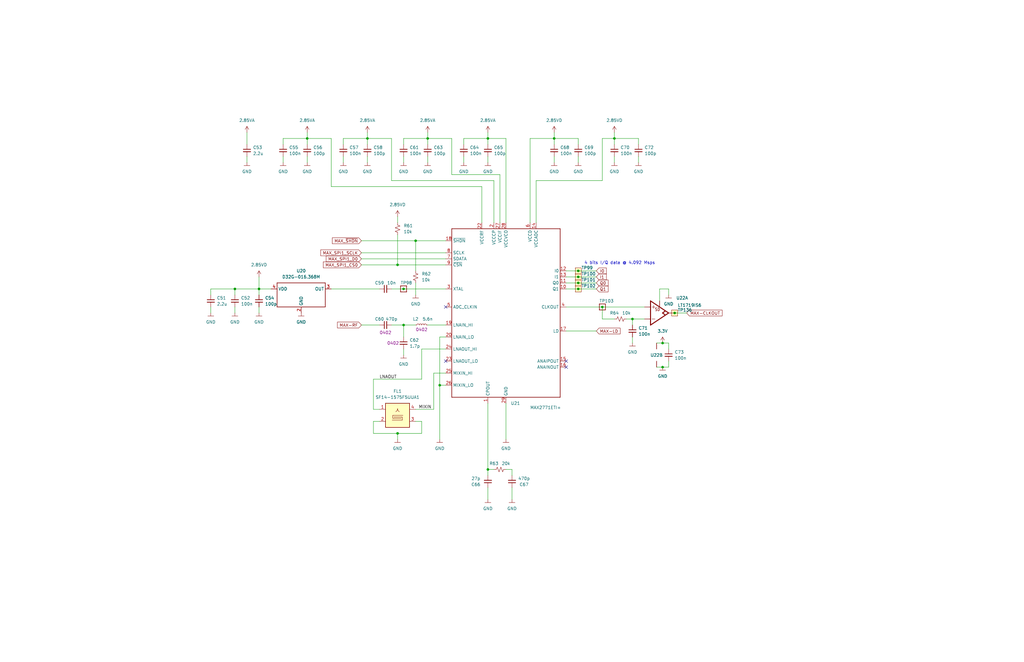
<source format=kicad_sch>
(kicad_sch (version 20230121) (generator eeschema)
  (paper "B")
  (lib_symbols
    (symbol "2.85VA_1" (power) (in_bom no) (on_board no)
      (property "Value" "2.85VA_1" (at 0 5.08 0))
      (symbol "2.85VA_1_0_1"
        (polyline (pts (xy -0.762 1.27) (xy 0 2.54)))
        (polyline (pts (xy 0 0) (xy 0 2.54)))
        (polyline (pts (xy 0 2.54) (xy 0.762 1.27)))
      )
      (symbol "2.85VA_1_1_1"
        (pin power_in line (at 0 0 90) (length 2.54) hide (name "2.85VA") (number "1"))
      )
    )
    (symbol "2.85VA_2" (power) (in_bom no) (on_board no)
      (property "Value" "2.85VA_2" (at 0 5.08 0))
      (symbol "2.85VA_2_0_1"
        (polyline (pts (xy -0.762 1.27) (xy 0 2.54)))
        (polyline (pts (xy 0 0) (xy 0 2.54)))
        (polyline (pts (xy 0 2.54) (xy 0.762 1.27)))
      )
      (symbol "2.85VA_2_1_1"
        (pin power_in line (at 0 0 90) (length 2.54) hide (name "2.85VA") (number "1"))
      )
    )
    (symbol "2.85VA_3" (power) (in_bom no) (on_board no)
      (property "Value" "2.85VA_3" (at 0 5.08 0))
      (symbol "2.85VA_3_0_1"
        (polyline (pts (xy -0.762 1.27) (xy 0 2.54)))
        (polyline (pts (xy 0 0) (xy 0 2.54)))
        (polyline (pts (xy 0 2.54) (xy 0.762 1.27)))
      )
      (symbol "2.85VA_3_1_1"
        (pin power_in line (at 0 0 90) (length 2.54) hide (name "2.85VA") (number "1"))
      )
    )
    (symbol "2.85VA_4" (power) (in_bom no) (on_board no)
      (property "Value" "2.85VA_4" (at 0 5.08 0))
      (symbol "2.85VA_4_0_1"
        (polyline (pts (xy -0.762 1.27) (xy 0 2.54)))
        (polyline (pts (xy 0 0) (xy 0 2.54)))
        (polyline (pts (xy 0 2.54) (xy 0.762 1.27)))
      )
      (symbol "2.85VA_4_1_1"
        (pin power_in line (at 0 0 90) (length 2.54) hide (name "2.85VA") (number "1"))
      )
    )
    (symbol "2.85VD_1" (power) (in_bom no) (on_board no)
      (property "Value" "2.85VD_1" (at 0 5.08 0))
      (symbol "2.85VD_1_0_1"
        (polyline (pts (xy -0.762 1.27) (xy 0 2.54)))
        (polyline (pts (xy 0 0) (xy 0 2.54)))
        (polyline (pts (xy 0 2.54) (xy 0.762 1.27)))
      )
      (symbol "2.85VD_1_1_1"
        (pin power_in line (at 0 0 90) (length 2.54) hide (name "2.85VD") (number "1"))
      )
    )
    (symbol "2.85VD_2" (power) (in_bom no) (on_board no)
      (property "Value" "2.85VD_2" (at 0 5.08 0))
      (symbol "2.85VD_2_0_1"
        (polyline (pts (xy -0.762 1.27) (xy 0 2.54)))
        (polyline (pts (xy 0 0) (xy 0 2.54)))
        (polyline (pts (xy 0 2.54) (xy 0.762 1.27)))
      )
      (symbol "2.85VD_2_1_1"
        (pin power_in line (at 0 0 90) (length 2.54) hide (name "2.85VD") (number "1"))
      )
    )
    (symbol "2.85VD_3" (power) (in_bom no) (on_board no)
      (property "Value" "2.85VD_3" (at 0 5.08 0))
      (symbol "2.85VD_3_0_1"
        (polyline (pts (xy -0.762 1.27) (xy 0 2.54)))
        (polyline (pts (xy 0 0) (xy 0 2.54)))
        (polyline (pts (xy 0 2.54) (xy 0.762 1.27)))
      )
      (symbol "2.85VD_3_1_1"
        (pin power_in line (at 0 0 90) (length 2.54) hide (name "2.85VD") (number "1"))
      )
    )
    (symbol "Device:C_Small" (pin_numbers hide) (pin_names (offset 0.254) hide)
      (property "Reference" "C" (at 0.254 1.778 0))
      (property "Value" "C_Small" (at 0.254 -2.032 0))
      (symbol "C_Small_0_1"
        (polyline (pts (xy -1.524 -0.508) (xy 1.524 -0.508)) (stroke (width 0.3302)))
        (polyline (pts (xy -1.524 0.508) (xy 1.524 0.508)) (stroke (width 0.3048)))
      )
      (symbol "C_Small_1_1"
        (pin passive line (at 0 2.54 270) (length 2.032) (name "~") (number "1"))
        (pin passive line (at 0 -2.54 90) (length 2.032) (name "~") (number "2"))
      )
    )
    (symbol "Device:L_Small" (pin_numbers hide) (pin_names (offset 0.254) hide)
      (property "Reference" "L" (at 0.762 1.016 0))
      (property "Value" "L_Small" (at 0.762 -1.016 0))
      (symbol "L_Small_0_1"
        (arc (start 0 -2.032) (mid 0.5058 -1.524) (end 0 -1.016))
        (arc (start 0 -1.016) (mid 0.5058 -0.508) (end 0 0))
        (arc (start 0 0) (mid 0.5058 0.508) (end 0 1.016))
        (arc (start 0 1.016) (mid 0.5058 1.524) (end 0 2.032))
      )
      (symbol "L_Small_1_1"
        (pin passive line (at 0 2.54 270) (length 0.508) (name "~") (number "1"))
        (pin passive line (at 0 -2.54 90) (length 0.508) (name "~") (number "2"))
      )
    )
    (symbol "Device:R_Small_US" (pin_numbers hide) (pin_names (offset 0.254) hide)
      (property "Reference" "R" (at 0.762 0.508 0))
      (property "Value" "R_Small_US" (at 0.762 -1.016 0))
      (symbol "R_Small_US_1_1"
        (polyline (pts (xy 0 0) (xy 1.016 -0.381) (xy 0 -0.762) (xy -1.016 -1.143) (xy 0 -1.524)))
        (polyline (pts (xy 0 1.524) (xy 1.016 1.143) (xy 0 0.762) (xy -1.016 0.381) (xy 0 0)))
        (pin passive line (at 0 2.54 270) (length 1.016) (name "~") (number "1"))
        (pin passive line (at 0 -2.54 90) (length 1.016) (name "~") (number "2"))
      )
    )
    (symbol "Filter:SF14-1575F5UUA1" (pin_names (offset 1.016))
      (property "Reference" "FL" (at 2.54 -6.35 0))
      (property "Value" "SF14-1575F5UUA1" (at 0 6.35 0))
      (symbol "SF14-1575F5UUA1_0_1"
        (rectangle (start -5.08 5.08) (end 5.08 -5.08) (stroke (width 0.254)) (fill (type background)))
        (arc (start -0.762 1.524) (mid -0.1988 2.0511) (end 0 2.794))
        (polyline (pts (xy -1.524 -0.762) (xy -1.27 -0.762)))
        (polyline (pts (xy 1.524 -1.27) (xy -1.524 -1.27)))
        (polyline (pts (xy 1.524 -0.762) (xy -1.27 -0.762)))
        (polyline (pts (xy -1.524 -1.27) (xy -2.032 -1.27) (xy -2.032 0) (xy 2.286 0)))
        (polyline (pts (xy 1.524 -0.762) (xy 2.032 -0.762) (xy 2.032 -2.032) (xy -2.286 -2.032)))
        (arc (start 0 2.794) (mid 0.2065 2.0558) (end 0.762 1.524))
      )
      (symbol "SF14-1575F5UUA1_1_1"
        (pin passive line (at -7.62 2.54 0) (length 2.54) (name "~") (number "1"))
        (pin passive line (at -7.62 -2.54 0) (length 2.54) (name "~") (number "2"))
        (pin passive line (at 7.62 -2.54 180) (length 2.54) (name "~") (number "3"))
        (pin passive line (at 7.62 2.54 180) (length 2.54) (name "~") (number "4"))
        (pin passive line (at -7.62 -2.54 0) (length 2.54) hide (name "~") (number "5"))
      )
    )
    (symbol "gps-power:2.85VA" (power) (in_bom no) (on_board no)
      (property "Value" "2.85VA" (at 0 5.08 0))
      (symbol "2.85VA_0_1"
        (polyline (pts (xy -0.762 1.27) (xy 0 2.54)))
        (polyline (pts (xy 0 0) (xy 0 2.54)))
        (polyline (pts (xy 0 2.54) (xy 0.762 1.27)))
      )
      (symbol "2.85VA_1_1"
        (pin power_in line (at 0 0 90) (length 2.54) hide (name "2.85VA") (number "1"))
      )
    )
    (symbol "gps-power:2.85VD" (power) (in_bom no) (on_board no)
      (property "Value" "2.85VD" (at 0 5.08 0))
      (symbol "2.85VD_0_1"
        (polyline (pts (xy -0.762 1.27) (xy 0 2.54)))
        (polyline (pts (xy 0 0) (xy 0 2.54)))
        (polyline (pts (xy 0 2.54) (xy 0.762 1.27)))
      )
      (symbol "2.85VD_1_1"
        (pin power_in line (at 0 0 90) (length 2.54) hide (name "2.85VD") (number "1"))
      )
    )
    (symbol "oresat-ics:D32G-016.368M"
      (property "Reference" "U" (at -8.89 6.35 0))
      (property "Value" "D32G-016.368M" (at 10.16 6.35 0))
      (symbol "D32G-016.368M_1_0"
        (polyline (pts (xy -10.16 -5.08) (xy 10.16 -5.08)) (stroke (width 0.254)))
        (polyline (pts (xy -10.16 5.08) (xy -10.16 -5.08)) (stroke (width 0.254)))
        (polyline (pts (xy 10.16 -5.08) (xy 10.16 5.08)) (stroke (width 0.254)))
        (polyline (pts (xy 10.16 5.08) (xy -10.16 5.08)) (stroke (width 0.254)))
        (pin power_in line (at 0 -7.62 90) (length 2.54) (name "GND") (number "2"))
        (pin passive line (at 12.7 2.54 180) (length 2.54) (name "OUT") (number "3"))
        (pin power_in line (at -12.7 2.54 0) (length 2.54) (name "VDD") (number "4"))
      )
    )
    (symbol "oresat-ics:LT1719IS6"
      (symbol "LT1719IS6_1_0"
        (polyline (pts (xy -5.08 -5.08) (xy 2.54 0)) (stroke (width 0.4064)))
        (polyline (pts (xy -5.08 5.08) (xy -5.08 -5.08)) (stroke (width 0.4064)))
        (polyline (pts (xy -4.445 -2.54) (xy -3.175 -2.54)) (stroke (width 0.1524)))
        (polyline (pts (xy -4.445 2.54) (xy -3.175 2.54)) (stroke (width 0.1524)))
        (polyline (pts (xy -3.81 3.175) (xy -3.81 1.905)) (stroke (width 0.1524)))
        (polyline (pts (xy 0 0) (xy 1.016 0.762)) (stroke (width 0.4064)))
        (polyline (pts (xy 1.016 -0.762) (xy 0 0)) (stroke (width 0.4064)))
        (polyline (pts (xy 2.54 0) (xy -5.08 5.08)) (stroke (width 0.4064)))
        (text "SD" (at -3.302 0.762 0) (effects (font (size 1.27 1.0795)) (justify left bottom)))
        (pin input line (at -7.62 -2.54 0) (length 2.54) (name "-IN") (number "1"))
        (pin input line (at -7.62 2.54 0) (length 2.54) (name "+IN") (number "3"))
        (pin output line (at 5.08 0 180) (length 2.54) (name "OUT") (number "5"))
        (pin input line (at -1.27 5.08 270) (length 2.54) (name "SD") (number "6"))
      )
      (symbol "LT1719IS6_2_0"
        (pin power_in line (at 0 -5.08 90) (length 2.54) (name "V-") (number "2"))
        (pin power_in line (at 0 5.08 270) (length 2.54) (name "V+") (number "4"))
      )
    )
    (symbol "oresat-ics:MAX2771ETI+"
      (property "Reference" "U23" (at 20.32 40.64 0))
      (symbol "MAX2771ETI+_1_0"
        (polyline (pts (xy -22.86 -35.56) (xy 22.86 -35.56)) (stroke (width 0.254)))
        (polyline (pts (xy -22.86 35.56) (xy -22.86 -35.56)) (stroke (width 0.254)))
        (polyline (pts (xy 22.86 -35.56) (xy 22.86 35.56)) (stroke (width 0.254)))
        (polyline (pts (xy 22.86 35.56) (xy -22.86 35.56)) (stroke (width 0.254)))
        (pin output line (at -7.62 -38.1 90) (length 2.54) (name "CPOUT") (number "1"))
        (pin output line (at 25.4 10.16 180) (length 2.54) (name "Q1") (number "10"))
        (pin output line (at 25.4 12.7 180) (length 2.54) (name "Q0") (number "11"))
        (pin output line (at 25.4 17.78 180) (length 2.54) (name "I0") (number "12"))
        (pin output line (at 25.4 15.24 180) (length 2.54) (name "I1") (number "13"))
        (pin power_in line (at 12.7 38.1 270) (length 2.54) (name "VCCADC") (number "14"))
        (pin output line (at 25.4 -20.32 180) (length 2.54) (name "ANAIPOUT") (number "15"))
        (pin output line (at 25.4 -22.86 180) (length 2.54) (name "ANAINOUT") (number "16"))
        (pin output line (at 25.4 -7.62 180) (length 2.54) (name "LD") (number "17"))
        (pin input line (at -25.4 30.48 0) (length 2.54) (name "~{SHDN}") (number "18"))
        (pin input line (at -25.4 -5.08 0) (length 2.54) (name "LNAIN_HI") (number "19"))
        (pin power_in line (at -5.08 38.1 270) (length 2.54) (name "VCCCP") (number "2"))
        (pin input line (at -25.4 -10.16 0) (length 2.54) (name "LNAIN_LO") (number "20"))
        (pin power_in line (at -10.16 38.1 270) (length 2.54) (name "VCCRF") (number "22"))
        (pin output line (at -25.4 -20.32 0) (length 2.54) (name "LNAOUT_LO") (number "23"))
        (pin output line (at -25.4 -15.24 0) (length 2.54) (name "LNAOUT_HI") (number "24"))
        (pin input line (at -25.4 -25.4 0) (length 2.54) (name "MIXIN_HI") (number "25"))
        (pin input line (at -25.4 -30.48 0) (length 2.54) (name "MIXIN_LO") (number "26"))
        (pin power_in line (at -2.54 38.1 270) (length 2.54) (name "VCCIF") (number "27"))
        (pin power_in line (at 0 38.1 270) (length 2.54) (name "VCCVCO") (number "28"))
        (pin power_in line (at 0 -38.1 90) (length 2.54) (name "GND") (number "29"))
        (pin input line (at -25.4 10.16 0) (length 2.54) (name "XTAL") (number "3"))
        (pin output line (at 25.4 2.54 180) (length 2.54) (name "CLKOUT") (number "4"))
        (pin input line (at -25.4 2.54 0) (length 2.54) (name "ADC_CLKIN") (number "5"))
        (pin power_in line (at 10.16 38.1 270) (length 2.54) (name "VCCD") (number "6"))
        (pin bidirectional line (at -25.4 22.86 0) (length 2.54) (name "SDATA") (number "7"))
        (pin input line (at -25.4 25.4 0) (length 2.54) (name "SCLK") (number "8"))
        (pin input line (at -25.4 20.32 0) (length 2.54) (name "~{CSN}") (number "9"))
      )
    )
    (symbol "oresat-misc:Test-Point-0.75mm-th"
      (property "Reference" "TP" (at 0 2.54 0))
      (symbol "Test-Point-0.75mm-th_1_0"
        (pin passive line (at 0 0 0) (length 0) (name "1") (number "1"))
      )
      (symbol "Test-Point-0.75mm-th_1_1"
        (rectangle (start -1.27 1.27) (end 1.27 -1.27) (fill (type background)))
      )
    )
    (symbol "oresat-misc:Test-Point-1mm-round"
      (property "Reference" "TP" (at 0 2.54 0))
      (symbol "Test-Point-1mm-round_1_0"
        (polyline (pts (xy -1.27 -1.27) (xy -1.27 1.27)) (stroke (width 0.254)))
        (polyline (pts (xy -1.27 1.27) (xy 1.27 1.27)) (stroke (width 0.254)))
        (polyline (pts (xy 1.27 -1.27) (xy -1.27 -1.27)) (stroke (width 0.254)))
        (polyline (pts (xy 1.27 1.27) (xy 1.27 -1.27)) (stroke (width 0.254)))
        (pin passive line (at 0 0 0) (length 0) (name "1") (number "1"))
      )
    )
    (symbol "oresat-power:3.3V" (power) (pin_names (offset 0))
      (property "Value" "3.3V" (at 0 3.556 0))
      (symbol "3.3V_0_1"
        (polyline (pts (xy -0.762 1.27) (xy 0 2.54)))
        (polyline (pts (xy 0 0) (xy 0 2.54)))
        (polyline (pts (xy 0 2.54) (xy 0.762 1.27)))
      )
      (symbol "3.3V_1_1"
        (pin power_in line (at 0 0 90) (length 0) hide (name "3.3V") (number "1"))
      )
    )
    (symbol "oresat-power:GND" (power) (pin_names (offset 0))
      (property "Value" "GND" (at 0 -2.54 0))
      (symbol "GND_0_1"
        (polyline (pts (xy 0 0) (xy 0 -1.27) (xy 1.27 -1.27) (xy 0 -1.27) (xy -1.27 -1.27) (xy 0 -1.27)))
      )
      (symbol "GND_1_1"
        (pin power_in line (at 0 0 270) (length 0) hide (name "GND") (number "1"))
      )
    )
  )
  (junction (at 254 129.54))
  (junction (at 170.18 137.16))
  (junction (at 205.74 58.42))
  (junction (at 279.4 144.78))
  (junction (at 99.06 121.92))
  (junction (at 185.42 162.56))
  (junction (at 266.7 134.62))
  (junction (at 167.64 111.76))
  (junction (at 154.94 58.42))
  (junction (at 284.48 132.08))
  (junction (at 109.22 121.92))
  (junction (at 243.84 116.84))
  (junction (at 243.84 119.38))
  (junction (at 175.26 101.6))
  (junction (at 243.84 121.92))
  (junction (at 205.74 198.12))
  (junction (at 129.54 58.42))
  (junction (at 167.64 182.88))
  (junction (at 243.84 114.3))
  (junction (at 259.08 58.42))
  (junction (at 170.18 121.92))
  (junction (at 233.68 58.42))
  (junction (at 279.4 154.94))
  (junction (at 180.34 58.42))
  (no_connect (at 238.76 152.4))
  (no_connect (at 187.96 129.54))
  (no_connect (at 187.96 152.4))
  (no_connect (at 238.76 154.94))
  (wire (pts (xy 152.4 137.16) (xy 160.02 137.16)))
  (wire (pts (xy 233.68 58.42) (xy 233.68 55.88)))
  (wire (pts (xy 205.74 205.74) (xy 205.74 210.82)))
  (wire (pts (xy 167.64 99.06) (xy 167.64 111.76)))
  (wire (pts (xy 170.18 142.24) (xy 170.18 137.16)))
  (wire (pts (xy 139.7 121.92) (xy 160.02 121.92)))
  (wire (pts (xy 167.64 182.88) (xy 177.8 182.88)))
  (wire (pts (xy 266.7 142.24) (xy 266.7 144.78)))
  (wire (pts (xy 281.94 121.92) (xy 281.94 124.46)))
  (wire (pts (xy 238.76 139.7) (xy 251.46 139.7)))
  (wire (pts (xy 109.22 121.92) (xy 114.3 121.92)))
  (wire (pts (xy 180.34 66.04) (xy 180.34 68.58)))
  (wire (pts (xy 276.86 144.78) (xy 279.4 144.78)))
  (wire (pts (xy 215.9 198.12) (xy 215.9 200.66)))
  (wire (pts (xy 243.84 58.42) (xy 233.68 58.42)))
  (wire (pts (xy 129.54 58.42) (xy 119.38 58.42)))
  (wire (pts (xy 266.7 134.62) (xy 271.78 134.62)))
  (wire (pts (xy 177.8 177.8) (xy 177.8 182.88)))
  (wire (pts (xy 210.82 73.66) (xy 190.5 73.66)))
  (wire (pts (xy 182.88 157.48) (xy 187.96 157.48)))
  (wire (pts (xy 205.74 66.04) (xy 205.74 68.58)))
  (wire (pts (xy 213.36 58.42) (xy 213.36 93.98)))
  (wire (pts (xy 223.52 58.42) (xy 233.68 58.42)))
  (wire (pts (xy 185.42 162.56) (xy 187.96 162.56)))
  (wire (pts (xy 233.68 58.42) (xy 233.68 60.96)))
  (wire (pts (xy 177.8 160.02) (xy 177.8 147.32)))
  (wire (pts (xy 269.24 60.96) (xy 269.24 58.42)))
  (wire (pts (xy 243.84 116.84) (xy 251.46 116.84)))
  (wire (pts (xy 170.18 58.42) (xy 180.34 58.42)))
  (wire (pts (xy 281.94 152.4) (xy 281.94 154.94)))
  (wire (pts (xy 180.34 58.42) (xy 180.34 55.88)))
  (wire (pts (xy 195.58 66.04) (xy 195.58 68.58)))
  (wire (pts (xy 254 129.54) (xy 254 134.62)))
  (wire (pts (xy 157.48 177.8) (xy 157.48 182.88)))
  (wire (pts (xy 208.28 76.2) (xy 165.1 76.2)))
  (wire (pts (xy 243.84 121.92) (xy 251.46 121.92)))
  (wire (pts (xy 259.08 58.42) (xy 259.08 55.88)))
  (wire (pts (xy 195.58 60.96) (xy 195.58 58.42)))
  (wire (pts (xy 210.82 73.66) (xy 210.82 93.98)))
  (wire (pts (xy 180.34 137.16) (xy 187.96 137.16)))
  (wire (pts (xy 238.76 129.54) (xy 254 129.54)))
  (wire (pts (xy 157.48 182.88) (xy 167.64 182.88)))
  (wire (pts (xy 175.26 177.8) (xy 177.8 177.8)))
  (wire (pts (xy 167.64 91.44) (xy 167.64 93.98)))
  (wire (pts (xy 205.74 198.12) (xy 208.28 198.12)))
  (wire (pts (xy 259.08 66.04) (xy 259.08 68.58)))
  (wire (pts (xy 154.94 66.04) (xy 154.94 68.58)))
  (wire (pts (xy 99.06 121.92) (xy 99.06 124.46)))
  (wire (pts (xy 165.1 58.42) (xy 154.94 58.42)))
  (wire (pts (xy 233.68 66.04) (xy 233.68 68.58)))
  (wire (pts (xy 205.74 58.42) (xy 205.74 55.88)))
  (wire (pts (xy 205.74 170.18) (xy 205.74 198.12)))
  (wire (pts (xy 104.14 55.88) (xy 104.14 60.96)))
  (wire (pts (xy 278.13 127) (xy 278.13 121.92)))
  (wire (pts (xy 266.7 134.62) (xy 266.7 137.16)))
  (wire (pts (xy 175.26 119.38) (xy 175.26 124.46)))
  (wire (pts (xy 152.4 109.22) (xy 187.96 109.22)))
  (wire (pts (xy 264.16 134.62) (xy 266.7 134.62)))
  (wire (pts (xy 269.24 58.42) (xy 259.08 58.42)))
  (wire (pts (xy 154.94 58.42) (xy 154.94 55.88)))
  (wire (pts (xy 195.58 58.42) (xy 205.74 58.42)))
  (wire (pts (xy 254 134.62) (xy 259.08 134.62)))
  (wire (pts (xy 99.06 121.92) (xy 109.22 121.92)))
  (wire (pts (xy 254 76.2) (xy 254 58.42)))
  (wire (pts (xy 88.9 129.54) (xy 88.9 132.08)))
  (wire (pts (xy 88.9 121.92) (xy 99.06 121.92)))
  (wire (pts (xy 157.48 160.02) (xy 177.8 160.02)))
  (wire (pts (xy 177.8 147.32) (xy 187.96 147.32)))
  (wire (pts (xy 208.28 76.2) (xy 208.28 93.98)))
  (wire (pts (xy 157.48 172.72) (xy 160.02 172.72)))
  (wire (pts (xy 203.2 78.74) (xy 203.2 93.98)))
  (wire (pts (xy 170.18 60.96) (xy 170.18 58.42)))
  (wire (pts (xy 238.76 121.92) (xy 243.84 121.92)))
  (wire (pts (xy 165.1 137.16) (xy 170.18 137.16)))
  (wire (pts (xy 190.5 58.42) (xy 180.34 58.42)))
  (wire (pts (xy 165.1 121.92) (xy 170.18 121.92)))
  (wire (pts (xy 139.7 78.74) (xy 139.7 58.42)))
  (wire (pts (xy 154.94 58.42) (xy 154.94 60.96)))
  (wire (pts (xy 243.84 60.96) (xy 243.84 58.42)))
  (wire (pts (xy 269.24 66.04) (xy 269.24 68.58)))
  (wire (pts (xy 170.18 66.04) (xy 170.18 68.58)))
  (wire (pts (xy 160.02 177.8) (xy 157.48 177.8)))
  (wire (pts (xy 119.38 58.42) (xy 119.38 60.96)))
  (wire (pts (xy 182.88 172.72) (xy 182.88 157.48)))
  (wire (pts (xy 152.4 101.6) (xy 175.26 101.6)))
  (wire (pts (xy 175.26 172.72) (xy 182.88 172.72)))
  (wire (pts (xy 243.84 119.38) (xy 251.46 119.38)))
  (wire (pts (xy 278.13 121.92) (xy 281.94 121.92)))
  (wire (pts (xy 203.2 78.74) (xy 139.7 78.74)))
  (wire (pts (xy 276.86 154.94) (xy 279.4 154.94)))
  (wire (pts (xy 129.54 66.04) (xy 129.54 68.58)))
  (wire (pts (xy 243.84 114.3) (xy 251.46 114.3)))
  (wire (pts (xy 152.4 106.68) (xy 187.96 106.68)))
  (wire (pts (xy 281.94 154.94) (xy 279.4 154.94)))
  (wire (pts (xy 144.78 58.42) (xy 154.94 58.42)))
  (wire (pts (xy 109.22 116.84) (xy 109.22 121.92)))
  (wire (pts (xy 109.22 121.92) (xy 109.22 124.46)))
  (wire (pts (xy 254 129.54) (xy 271.78 129.54)))
  (wire (pts (xy 129.54 58.42) (xy 129.54 60.96)))
  (wire (pts (xy 215.9 205.74) (xy 215.9 210.82)))
  (wire (pts (xy 157.48 160.02) (xy 157.48 172.72)))
  (wire (pts (xy 99.06 129.54) (xy 99.06 132.08)))
  (wire (pts (xy 238.76 119.38) (xy 243.84 119.38)))
  (wire (pts (xy 170.18 137.16) (xy 175.26 137.16)))
  (wire (pts (xy 243.84 66.04) (xy 243.84 68.58)))
  (wire (pts (xy 284.48 132.08) (xy 289.56 132.08)))
  (wire (pts (xy 205.74 58.42) (xy 205.74 60.96)))
  (wire (pts (xy 104.14 66.04) (xy 104.14 68.58)))
  (wire (pts (xy 259.08 58.42) (xy 259.08 60.96)))
  (wire (pts (xy 175.26 101.6) (xy 187.96 101.6)))
  (wire (pts (xy 238.76 116.84) (xy 243.84 116.84)))
  (wire (pts (xy 119.38 66.04) (xy 119.38 68.58)))
  (wire (pts (xy 88.9 124.46) (xy 88.9 121.92)))
  (wire (pts (xy 129.54 55.88) (xy 129.54 58.42)))
  (wire (pts (xy 170.18 147.32) (xy 170.18 149.86)))
  (wire (pts (xy 139.7 58.42) (xy 129.54 58.42)))
  (wire (pts (xy 185.42 142.24) (xy 185.42 162.56)))
  (wire (pts (xy 144.78 66.04) (xy 144.78 68.58)))
  (wire (pts (xy 170.18 121.92) (xy 187.96 121.92)))
  (wire (pts (xy 213.36 170.18) (xy 213.36 185.42)))
  (wire (pts (xy 226.06 76.2) (xy 226.06 93.98)))
  (wire (pts (xy 144.78 60.96) (xy 144.78 58.42)))
  (wire (pts (xy 187.96 142.24) (xy 185.42 142.24)))
  (wire (pts (xy 213.36 198.12) (xy 215.9 198.12)))
  (wire (pts (xy 281.94 147.32) (xy 281.94 144.78)))
  (wire (pts (xy 165.1 76.2) (xy 165.1 58.42)))
  (wire (pts (xy 213.36 58.42) (xy 205.74 58.42)))
  (wire (pts (xy 180.34 58.42) (xy 180.34 60.96)))
  (wire (pts (xy 109.22 129.54) (xy 109.22 132.08)))
  (wire (pts (xy 279.4 144.78) (xy 281.94 144.78)))
  (wire (pts (xy 226.06 76.2) (xy 254 76.2)))
  (wire (pts (xy 185.42 162.56) (xy 185.42 185.42)))
  (wire (pts (xy 167.64 182.88) (xy 167.64 185.42)))
  (wire (pts (xy 190.5 73.66) (xy 190.5 58.42)))
  (wire (pts (xy 205.74 198.12) (xy 205.74 200.66)))
  (wire (pts (xy 238.76 114.3) (xy 243.84 114.3)))
  (wire (pts (xy 223.52 58.42) (xy 223.52 93.98)))
  (wire (pts (xy 167.64 111.76) (xy 187.96 111.76)))
  (wire (pts (xy 152.4 111.76) (xy 167.64 111.76)))
  (wire (pts (xy 175.26 101.6) (xy 175.26 114.3)))
  (wire (pts (xy 254 58.42) (xy 259.08 58.42)))
  (text "4 bits I/Q data @ 4.092 Msps" (at 246.38 111.76 0) (effects (font (size 1.27 1.27)) (justify left bottom)))
  (label "MIXIN" (at 176.53 172.72 0))
  (label "LNAOUT" (at 160.02 160.02 0))
  (global_label "I1" (shape input) (at 251.46 116.84 0) (property "Intersheetrefs" "${INTERSHEET_REFS}" (at 255.6874 116.7606 0) (effects (justify left))))
  (global_label "Q1" (shape input) (at 251.46 121.92 0) (property "Intersheetrefs" "${INTERSHEET_REFS}" (at 256.4131 121.8406 0) (effects (justify left))))
  (global_label "MAX_SPI1_D0" (shape input) (at 152.4 109.22 180) (property "Intersheetrefs" "${INTERSHEET_REFS}" (at 137.5288 109.1406 0) (effects (justify right))))
  (global_label "I0" (shape input) (at 251.46 114.3 0) (property "Intersheetrefs" "${INTERSHEET_REFS}" (at 255.6874 114.2206 0) (effects (justify left))))
  (global_label "MAX-CLKOUT" (shape input) (at 289.56 132.08 0) (property "Intersheetrefs" "${INTERSHEET_REFS}" (at 304.4917 132.0006 0) (effects (justify left))))
  (global_label "MAX_~{SHDN}" (shape input) (at 152.4 101.6 180) (property "Intersheetrefs" "${INTERSHEET_REFS}" (at 140.1293 101.5206 0) (effects (justify right))))
  (global_label "MAX_SPI1_SCLK" (shape input) (at 152.4 106.68 180) (property "Intersheetrefs" "${INTERSHEET_REFS}" (at 135.2307 106.6006 0) (effects (justify right))))
  (global_label "MAX_SPI1_CS0" (shape input) (at 152.4 111.76 180) (property "Intersheetrefs" "${INTERSHEET_REFS}" (at 136.3193 111.6806 0) (effects (justify right))))
  (global_label "MAX-RF" (shape input) (at 152.4 137.16 180) (property "Intersheetrefs" "${INTERSHEET_REFS}" (at 142.3064 137.0806 0) (effects (justify right))))
  (global_label "MAX-LD" (shape input) (at 251.46 139.7 0) (property "Intersheetrefs" "${INTERSHEET_REFS}" (at 261.4931 139.6206 0) (effects (justify left))))
  (global_label "Q0" (shape input) (at 251.46 119.38 0) (property "Intersheetrefs" "${INTERSHEET_REFS}" (at 256.4131 119.3006 0) (effects (justify left))))
  (symbol (lib_id "oresat-power:GND") (at 170.18 149.86 0) (unit 1)
    (property "Reference" "#GND0217" (effects hide))
    (property "Value" "GND" (at 170.18 153.67 0))
  )
  (symbol (lib_id "oresat-power:GND") (at 144.78 68.58 0) (unit 1)
    (property "Reference" "#GND0199" (effects hide))
    (property "Value" "GND" (at 144.78 72.39 0))
  )
  (symbol (lib_id "Device:C_Small") (at 119.38 63.5 0) (unit 1)
    (property "Reference" "C55" (at 121.92 62.2362 0) (effects (justify left)))
    (property "Value" "100n" (at 121.92 64.7762 0) (effects (justify left)))
    (property "Footprint" "Capacitor_SMD:C_0603_1608Metric" (effects hide))
  )
  (symbol (lib_id "oresat-power:GND") (at 269.24 68.58 0) (unit 1)
    (property "Reference" "#GND0205" (effects hide))
    (property "Value" "GND" (at 269.24 72.39 0))
  )
  (symbol (lib_id "Filter:SF14-1575F5UUA1") (at 167.64 175.26 0) (unit 1)
    (property "Reference" "FL1" (at 167.64 165.1 0))
    (property "Value" "SF14-1575F5UUA1" (at 167.64 167.64 0))
    (property "Footprint" "Filter:Filter_1411-5_1.4x1.1mm" (effects hide))
    (property "Datasheet" "https://global.kyocera.com/prdct/electro/product/pdf/sf14_gnss.pdf" (effects hide))
  )
  (symbol (lib_id "Device:C_Small") (at 154.94 63.5 0) (unit 1)
    (property "Reference" "C58" (at 157.48 62.2362 0) (effects (justify left)))
    (property "Value" "100p" (at 157.48 64.7762 0) (effects (justify left)))
    (property "Footprint" "Capacitor_SMD:C_0603_1608Metric" (effects hide))
  )
  (symbol (lib_id "Device:C_Small") (at 259.08 63.5 0) (unit 1)
    (property "Reference" "C70" (at 261.62 62.2362 0) (effects (justify left)))
    (property "Value" "100n" (at 261.62 64.7762 0) (effects (justify left)))
    (property "Footprint" "Capacitor_SMD:C_0603_1608Metric" (effects hide))
  )
  (symbol (lib_name "2.85VA_3") (lib_id "gps-power:2.85VA") (at 154.94 55.88 0) (unit 1)
    (property "Reference" "#2V85A0105" (effects hide))
    (property "Value" "2.85VA" (at 154.94 50.8 0))
  )
  (symbol (lib_id "oresat-power:GND") (at 154.94 68.58 0) (unit 1)
    (property "Reference" "#GND0198" (effects hide))
    (property "Value" "GND" (at 154.94 72.39 0))
  )
  (symbol (lib_name "2.85VD_1") (lib_id "gps-power:2.85VD") (at 167.64 91.44 0) (unit 1)
    (property "Reference" "#2V85D0102" (effects hide))
    (property "Value" "2.85VD" (at 167.64 86.36 0))
  )
  (symbol (lib_id "Device:C_Small") (at 266.7 139.7 0) (unit 1)
    (property "Reference" "C71" (at 269.24 138.4362 0) (effects (justify left)))
    (property "Value" "100n" (at 269.24 140.9762 0) (effects (justify left)))
    (property "Footprint" "Capacitor_SMD:C_0603_1608Metric" (effects hide))
  )
  (symbol (lib_id "oresat-power:GND") (at 215.9 210.82 0) (unit 1)
    (property "Reference" "#GND0215" (effects hide))
    (property "Value" "GND" (at 215.9 214.63 0))
  )
  (symbol (lib_id "oresat-power:GND") (at 104.14 68.58 0) (unit 1)
    (property "Reference" "#GND0202" (effects hide))
    (property "Value" "GND" (at 104.14 72.39 0))
  )
  (symbol (lib_id "oresat-power:GND") (at 119.38 68.58 0) (unit 1)
    (property "Reference" "#GND0200" (effects hide))
    (property "Value" "GND" (at 119.38 72.39 0))
  )
  (symbol (lib_id "Device:C_Small") (at 162.56 137.16 90) (unit 1)
    (property "Reference" "C60" (at 160.02 134.62 90))
    (property "Value" "470p" (at 165.1 134.62 90))
    (property "Footprint" "Capacitor_SMD:C_0402_1005Metric" (effects hide))
    (property "Field4" "0402" (at 162.56 140.335 90))
  )
  (symbol (lib_id "oresat-power:GND") (at 185.42 185.42 0) (unit 1)
    (property "Reference" "#GND0214" (effects hide))
    (property "Value" "GND" (at 185.42 189.23 0))
  )
  (symbol (lib_id "oresat-misc:Test-Point-0.75mm-th") (at 243.84 114.3 0) (unit 1)
    (property "Reference" "TP99" (at 245.11 113.03 0) (effects (justify left)))
    (property "Value" "1x01" (effects hide))
    (property "Footprint" "oresat-misc:TestPoint-0.75mm-th" (effects hide))
  )
  (symbol (lib_id "oresat-misc:Test-Point-1mm-round") (at 170.18 121.92 0) (unit 1)
    (property "Reference" "TP98" (at 168.91 119.38 0) (effects (justify left)))
    (property "Value" "0.03x0.04" (effects hide))
    (property "Footprint" "oresat-misc:TestPoint_Pad_D1.0mm" (effects hide))
  )
  (symbol (lib_id "Device:C_Small") (at 88.9 127 0) (unit 1)
    (property "Reference" "C51" (at 91.44 125.7362 0) (effects (justify left)))
    (property "Value" "2.2u" (at 91.44 128.2762 0) (effects (justify left)))
    (property "Footprint" "Capacitor_SMD:C_0603_1608Metric" (effects hide))
  )
  (symbol (lib_id "oresat-ics:LT1719IS6") (at 279.4 132.08 0) (unit 1)
    (property "Reference" "U22" (at 287.655 125.73 0))
    (property "Value" "LT1719IS6" (at 285.75 129.54 0) (effects (justify left bottom)))
    (property "Footprint" "Package_TO_SOT_SMD:SOT-23-6" (effects hide))
    (property "Datasheet" "https://www.analog.com/media/en/technical-documentation/data-sheets/1719fa.pdf" (effects hide))
  )
  (symbol (lib_id "oresat-power:GND") (at 109.22 132.08 0) (unit 1)
    (property "Reference" "#GND0211" (effects hide))
    (property "Value" "GND" (at 109.22 135.89 0))
  )
  (symbol (lib_id "oresat-power:GND") (at 205.74 68.58 0) (unit 1)
    (property "Reference" "#GND0195" (effects hide))
    (property "Value" "GND" (at 205.74 72.39 0))
  )
  (symbol (lib_id "oresat-misc:Test-Point-0.75mm-th") (at 243.84 116.84 0) (unit 1)
    (property "Reference" "TP100" (at 245.11 115.57 0) (effects (justify left)))
    (property "Value" "1x01" (effects hide))
    (property "Footprint" "oresat-misc:TestPoint-0.75mm-th" (effects hide))
  )
  (symbol (lib_id "oresat-misc:Test-Point-0.75mm-th") (at 284.48 132.08 0) (unit 1)
    (property "Reference" "TP136" (at 285.75 130.81 0) (effects (justify left)))
    (property "Value" "1x01" (effects hide))
    (property "Footprint" "oresat-misc:TestPoint-0.75mm-th" (effects hide))
  )
  (symbol (lib_name "2.85VD_2") (lib_id "gps-power:2.85VD") (at 259.08 55.88 0) (unit 1)
    (property "Reference" "#2V85D0103" (effects hide))
    (property "Value" "2.85VD" (at 259.08 50.8 0))
  )
  (symbol (lib_id "oresat-power:GND") (at 243.84 68.58 0) (unit 1)
    (property "Reference" "#GND0203" (effects hide))
    (property "Value" "GND" (at 243.84 72.39 0))
  )
  (symbol (lib_name "2.85VD_3") (lib_id "gps-power:2.85VD") (at 233.68 55.88 0) (unit 1)
    (property "Reference" "#2V85D0104" (effects hide))
    (property "Value" "2.85VD" (at 233.68 50.8 0))
  )
  (symbol (lib_id "oresat-power:GND") (at 127 132.08 0) (unit 1)
    (property "Reference" "#GND0210" (effects hide))
    (property "Value" "GND" (at 127 135.89 0))
  )
  (symbol (lib_id "oresat-ics:MAX2771ETI+") (at 213.36 132.08 0) (unit 1)
    (property "Reference" "U21" (at 215.3794 170.18 0) (effects (justify left)))
    (property "Value" "MAX2771ETI+" (at 223.52 172.72 0) (effects (justify left bottom)))
    (property "Footprint" "Package_DFN_QFN:TQFN-28-1EP_5x5mm_P0.5mm_EP3.25x3.25mm" (effects hide))
    (property "Datasheet" "https://datasheets.maximintegrated.com/en/ds/MAX2771.pdf" (effects hide))
  )
  (symbol (lib_name "2.85VA_2") (lib_id "gps-power:2.85VA") (at 180.34 55.88 0) (unit 1)
    (property "Reference" "#2V85A0104" (effects hide))
    (property "Value" "2.85VA" (at 180.34 50.8 0))
  )
  (symbol (lib_id "gps-power:2.85VD") (at 109.22 116.84 0) (unit 1)
    (property "Reference" "#2V85D0105" (effects hide))
    (property "Value" "2.85VD" (at 109.22 111.76 0))
  )
  (symbol (lib_id "oresat-power:GND") (at 233.68 68.58 0) (unit 1)
    (property "Reference" "#GND0204" (effects hide))
    (property "Value" "GND" (at 233.68 72.39 0))
  )
  (symbol (lib_id "oresat-misc:Test-Point-1mm-round") (at 254 129.54 0) (unit 1)
    (property "Reference" "TP103" (at 252.73 127 0) (effects (justify left)))
    (property "Value" "0.03x0.04" (effects hide))
    (property "Footprint" "oresat-misc:TestPoint_Pad_D1.0mm" (effects hide))
  )
  (symbol (lib_id "Device:C_Small") (at 281.94 149.86 0) (unit 1)
    (property "Reference" "C73" (at 284.48 148.5962 0) (effects (justify left)))
    (property "Value" "100n" (at 284.48 151.1362 0) (effects (justify left)))
    (property "Footprint" "Capacitor_SMD:C_0603_1608Metric" (effects hide))
  )
  (symbol (lib_id "Device:C_Small") (at 162.56 121.92 90) (unit 1)
    (property "Reference" "C59" (at 160.02 119.38 90))
    (property "Value" "10n" (at 165.1 119.38 90))
    (property "Footprint" "Capacitor_SMD:C_0603_1608Metric" (effects hide))
  )
  (symbol (lib_id "Device:R_Small_US") (at 175.26 116.84 0) (unit 1)
    (property "Reference" "R62" (at 177.8 115.5699 0) (effects (justify left)))
    (property "Value" "10k" (at 177.8 118.1099 0) (effects (justify left)))
    (property "Footprint" "Resistor_SMD:R_0603_1608Metric" (effects hide))
  )
  (symbol (lib_id "oresat-power:GND") (at 180.34 68.58 0) (unit 1)
    (property "Reference" "#GND0197" (effects hide))
    (property "Value" "GND" (at 180.34 72.39 0))
  )
  (symbol (lib_id "Device:C_Small") (at 170.18 63.5 0) (unit 1)
    (property "Reference" "C61" (at 172.72 62.2362 0) (effects (justify left)))
    (property "Value" "100n" (at 172.72 64.7762 0) (effects (justify left)))
    (property "Footprint" "Capacitor_SMD:C_0603_1608Metric" (effects hide))
  )
  (symbol (lib_id "oresat-power:GND") (at 259.08 68.58 0) (unit 1)
    (property "Reference" "#GND0206" (effects hide))
    (property "Value" "GND" (at 259.08 72.39 0))
  )
  (symbol (lib_id "oresat-power:GND") (at 281.94 124.46 0) (unit 1)
    (property "Reference" "#GND0220" (effects hide))
    (property "Value" "GND" (at 281.94 128.27 0))
  )
  (symbol (lib_id "Device:R_Small_US") (at 210.82 198.12 270) (unit 1)
    (property "Reference" "R63" (at 208.28 195.58 90))
    (property "Value" "20k" (at 213.36 195.58 90))
    (property "Footprint" "Resistor_SMD:R_0402_1005Metric" (effects hide))
  )
  (symbol (lib_id "Device:C_Small") (at 205.74 203.2 180) (unit 1)
    (property "Reference" "C66" (at 200.66 204.47 0))
    (property "Value" "27p" (at 200.66 201.93 0))
    (property "Footprint" "Capacitor_SMD:C_0402_1005Metric" (effects hide))
  )
  (symbol (lib_id "Device:C_Small") (at 144.78 63.5 0) (unit 1)
    (property "Reference" "C57" (at 147.32 62.2362 0) (effects (justify left)))
    (property "Value" "100n" (at 147.32 64.7762 0) (effects (justify left)))
    (property "Footprint" "Capacitor_SMD:C_0603_1608Metric" (effects hide))
  )
  (symbol (lib_id "oresat-power:GND") (at 205.74 210.82 0) (unit 1)
    (property "Reference" "#GND0216" (effects hide))
    (property "Value" "GND" (at 205.74 214.63 0))
  )
  (symbol (lib_id "oresat-power:GND") (at 266.7 144.78 0) (unit 1)
    (property "Reference" "#GND0207" (effects hide))
    (property "Value" "GND" (at 266.7 148.59 0))
  )
  (symbol (lib_id "oresat-ics:D32G-016.368M") (at 127 124.46 0) (unit 1)
    (property "Reference" "U20" (at 127 114.3 0))
    (property "Value" "D32G-016.368M" (at 127 116.84 0))
    (property "Footprint" "oresat-footprints:U-Connor-Winfield-D32G-016368M" (effects hide))
    (property "Datasheet" "http://www.conwin.com/datasheets/tx/tx240.pdf" (effects hide))
  )
  (symbol (lib_id "Device:R_Small_US") (at 261.62 134.62 270) (unit 1)
    (property "Reference" "R64" (at 259.08 132.08 90))
    (property "Value" "10k" (at 264.16 132.08 90))
    (property "Footprint" "Resistor_SMD:R_0603_1608Metric" (effects hide))
  )
  (symbol (lib_id "Device:C_Small") (at 269.24 63.5 0) (unit 1)
    (property "Reference" "C72" (at 271.78 62.2362 0) (effects (justify left)))
    (property "Value" "100p" (at 271.78 64.7762 0) (effects (justify left)))
    (property "Footprint" "Capacitor_SMD:C_0603_1608Metric" (effects hide))
  )
  (symbol (lib_id "oresat-power:GND") (at 129.54 68.58 0) (unit 1)
    (property "Reference" "#GND0201" (effects hide))
    (property "Value" "GND" (at 129.54 72.39 0))
  )
  (symbol (lib_id "oresat-power:GND") (at 279.4 154.94 0) (unit 1)
    (property "Reference" "#GND0219" (effects hide))
    (property "Value" "GND" (at 279.4 158.75 0))
  )
  (symbol (lib_id "Device:R_Small_US") (at 167.64 96.52 0) (unit 1)
    (property "Reference" "R61" (at 170.18 95.2499 0) (effects (justify left)))
    (property "Value" "10k" (at 170.18 97.7899 0) (effects (justify left)))
    (property "Footprint" "Resistor_SMD:R_0603_1608Metric" (effects hide))
  )
  (symbol (lib_id "Device:L_Small") (at 177.8 137.16 90) (unit 1)
    (property "Reference" "L2" (at 175.26 134.62 90))
    (property "Value" "5.6n" (at 180.34 134.62 90))
    (property "Footprint" "Inductor_SMD:L_0402_1005Metric" (effects hide))
    (property "Field4" "0402" (at 177.8 139.065 90))
  )
  (symbol (lib_id "Device:C_Small") (at 205.74 63.5 0) (unit 1)
    (property "Reference" "C65" (at 208.28 62.2362 0) (effects (justify left)))
    (property "Value" "100p" (at 208.28 64.7762 0) (effects (justify left)))
    (property "Footprint" "Capacitor_SMD:C_0603_1608Metric" (effects hide))
  )
  (symbol (lib_name "2.85VA_4") (lib_id "gps-power:2.85VA") (at 129.54 55.88 0) (unit 1)
    (property "Reference" "#2V85A0106" (effects hide))
    (property "Value" "2.85VA" (at 129.54 50.8 0))
  )
  (symbol (lib_id "Device:C_Small") (at 170.18 144.78 0) (unit 1)
    (property "Reference" "C62" (at 172.72 143.5162 0) (effects (justify left)))
    (property "Value" "1.7p" (at 172.72 146.0562 0) (effects (justify left)))
    (property "Footprint" "Capacitor_SMD:C_0402_1005Metric" (effects hide))
    (property "Field4" "0402" (at 165.735 144.78 0))
  )
  (symbol (lib_id "oresat-power:GND") (at 167.64 185.42 0) (unit 1)
    (property "Reference" "#GND0212" (effects hide))
    (property "Value" "GND" (at 167.64 189.23 0))
  )
  (symbol (lib_id "oresat-power:GND") (at 175.26 124.46 0) (unit 1)
    (property "Reference" "#GND0218" (effects hide))
    (property "Value" "GND" (at 175.26 128.27 0))
  )
  (symbol (lib_id "oresat-power:GND") (at 170.18 68.58 0) (unit 1)
    (property "Reference" "#GND0196" (effects hide))
    (property "Value" "GND" (at 170.18 72.39 0))
  )
  (symbol (lib_id "Device:C_Small") (at 109.22 127 0) (unit 1)
    (property "Reference" "C54" (at 111.76 125.7362 0) (effects (justify left)))
    (property "Value" "100p" (at 111.76 128.2762 0) (effects (justify left)))
    (property "Footprint" "Capacitor_SMD:C_0603_1608Metric" (effects hide))
  )
  (symbol (lib_id "oresat-power:GND") (at 195.58 68.58 0) (unit 1)
    (property "Reference" "#GND0194" (effects hide))
    (property "Value" "GND" (at 195.58 72.39 0))
  )
  (symbol (lib_id "oresat-ics:LT1719IS6") (at 276.86 149.86 0) (unit 2)
    (property "Reference" "U22" (at 276.86 149.86 0))
    (property "Value" "LT1719IS6" (effects hide))
    (property "Footprint" "Package_TO_SOT_SMD:SOT-23-6" (effects hide))
    (property "Datasheet" "https://www.analog.com/media/en/technical-documentation/data-sheets/1719fa.pdf" (effects hide))
  )
  (symbol (lib_id "oresat-power:3.3V") (at 279.4 144.78 0) (unit 1)
    (property "Reference" "#3V0114" (effects hide))
    (property "Value" "3.3V" (at 279.4 139.7 0))
  )
  (symbol (lib_id "gps-power:2.85VA") (at 104.14 55.88 0) (unit 1)
    (property "Reference" "#2V85A0107" (effects hide))
    (property "Value" "2.85VA" (at 104.14 50.8 0))
  )
  (symbol (lib_id "oresat-misc:Test-Point-0.75mm-th") (at 243.84 121.92 0) (unit 1)
    (property "Reference" "TP102" (at 245.11 120.65 0) (effects (justify left)))
    (property "Value" "1x01" (effects hide))
    (property "Footprint" "oresat-misc:TestPoint-0.75mm-th" (effects hide))
  )
  (symbol (lib_name "2.85VA_1") (lib_id "gps-power:2.85VA") (at 205.74 55.88 0) (unit 1)
    (property "Reference" "#2V85A0108" (effects hide))
    (property "Value" "2.85VA" (at 205.74 50.8 0))
  )
  (symbol (lib_id "Device:C_Small") (at 243.84 63.5 0) (unit 1)
    (property "Reference" "C69" (at 246.38 62.2362 0) (effects (justify left)))
    (property "Value" "100p" (at 246.38 64.7762 0) (effects (justify left)))
    (property "Footprint" "Capacitor_SMD:C_0603_1608Metric" (effects hide))
  )
  (symbol (lib_id "oresat-misc:Test-Point-0.75mm-th") (at 243.84 119.38 0) (unit 1)
    (property "Reference" "TP101" (at 245.11 118.11 0) (effects (justify left)))
    (property "Value" "1x01" (effects hide))
    (property "Footprint" "oresat-misc:TestPoint-0.75mm-th" (effects hide))
  )
  (symbol (lib_id "Device:C_Small") (at 180.34 63.5 0) (unit 1)
    (property "Reference" "C63" (at 182.88 62.2362 0) (effects (justify left)))
    (property "Value" "100p" (at 182.88 64.7762 0) (effects (justify left)))
    (property "Footprint" "Capacitor_SMD:C_0603_1608Metric" (effects hide))
  )
  (symbol (lib_id "Device:C_Small") (at 233.68 63.5 0) (unit 1)
    (property "Reference" "C68" (at 236.22 62.2362 0) (effects (justify left)))
    (property "Value" "100n" (at 236.22 64.7762 0) (effects (justify left)))
    (property "Footprint" "Capacitor_SMD:C_0603_1608Metric" (effects hide))
  )
  (symbol (lib_id "Device:C_Small") (at 195.58 63.5 0) (unit 1)
    (property "Reference" "C64" (at 198.12 62.2362 0) (effects (justify left)))
    (property "Value" "100n" (at 198.12 64.7762 0) (effects (justify left)))
    (property "Footprint" "Capacitor_SMD:C_0603_1608Metric" (effects hide))
  )
  (symbol (lib_id "Device:C_Small") (at 104.14 63.5 0) (unit 1)
    (property "Reference" "C53" (at 106.68 62.2362 0) (effects (justify left)))
    (property "Value" "2.2u" (at 106.68 64.7762 0) (effects (justify left)))
    (property "Footprint" "Capacitor_SMD:C_0603_1608Metric" (effects hide))
  )
  (symbol (lib_id "oresat-power:GND") (at 213.36 185.42 0) (unit 1)
    (property "Reference" "#GND0213" (effects hide))
    (property "Value" "GND" (at 213.36 189.23 0))
  )
  (symbol (lib_id "oresat-power:GND") (at 88.9 132.08 0) (unit 1)
    (property "Reference" "#GND0209" (effects hide))
    (property "Value" "GND" (at 88.9 135.89 0))
  )
  (symbol (lib_id "Device:C_Small") (at 99.06 127 0) (unit 1)
    (property "Reference" "C52" (at 101.6 125.7362 0) (effects (justify left)))
    (property "Value" "100n" (at 101.6 128.2762 0) (effects (justify left)))
    (property "Footprint" "Capacitor_SMD:C_0603_1608Metric" (effects hide))
  )
  (symbol (lib_id "oresat-power:GND") (at 99.06 132.08 0) (unit 1)
    (property "Reference" "#GND0208" (effects hide))
    (property "Value" "GND" (at 99.06 135.89 0))
  )
  (symbol (lib_id "Device:C_Small") (at 129.54 63.5 0) (unit 1)
    (property "Reference" "C56" (at 132.08 62.2362 0) (effects (justify left)))
    (property "Value" "100p" (at 132.08 64.7762 0) (effects (justify left)))
    (property "Footprint" "Capacitor_SMD:C_0603_1608Metric" (effects hide))
  )
  (symbol (lib_id "Device:C_Small") (at 215.9 203.2 0) (mirror x) (unit 1)
    (property "Reference" "C67" (at 220.98 204.47 0))
    (property "Value" "470p" (at 220.98 201.93 0))
    (property "Footprint" "Capacitor_SMD:C_0402_1005Metric" (effects hide))
  )
)
</source>
